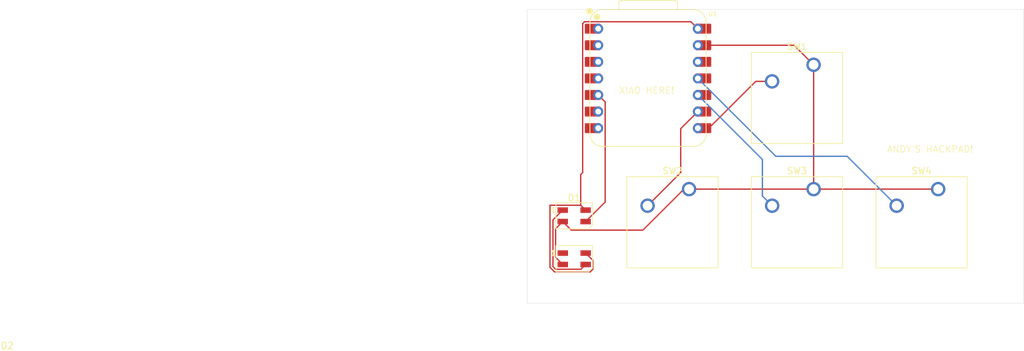
<source format=kicad_pcb>
(kicad_pcb (version 20241229) (generator "pcbnew") (generator_version "9.0")
  (layers (0 "F.Cu" signal) (2 "B.Cu" signal) (13 "F.Paste" user) (15 "B.Paste" user) (5 "F.SilkS" user "F.Silkscreen") (7 "B.SilkS" user "B.Silkscreen") (1 "F.Mask" user) (3 "B.Mask" user) (25 "Edge.Cuts" user))
  (net 0 "")
  (net 1 "Net-(D1-DIN)")
  (net 2 "Net-(D1-DOUT)")
  (net 3 "+5V")
  (net 4 "GND")
  (net 5 "unconnected-(D2-DOUT-Pad1)")
  (net 6 "Net-(U1-GPIO1{slash}RX)")
  (net 7 "Net-(U1-GPIO2{slash}SCK)")
  (net 8 "Net-(U1-GPIO4{slash}MISO)")
  (net 9 "Net-(U1-GPIO3{slash}MOSI)")
  (footprint "OPL:XIAO-RP2040-DIP" (layer "F.Cu") (at 137.5 75.5685)
    (property "Reference" "U1" (at 9.9 -9.8685 0) (layer "F.SilkS") (effects (font (size 0.635 0.635) (thickness 0.1016))))
    (property "Value" "XIAO-RP2040-DIP")
    (fp_line (start -8.89 8.509) (end -8.89 -8.636) (stroke (width 0.127)) (layer "F.SilkS"))
    (fp_line (start -6.985 10.414) (end 6.985 10.414) (stroke (width 0.127)) (layer "F.SilkS"))
    (fp_line (start -4.495 -10.541) (end -4.491272 -11.451272) (stroke (width 0.127)) (layer "F.SilkS"))
    (fp_line (start -3.991272 -11.951) (end 4.004 -11.951) (stroke (width 0.127)) (layer "F.SilkS"))
    (fp_line (start 4.504 -11.451) (end 4.504 -10.541) (stroke (width 0.127)) (layer "F.SilkS"))
    (fp_line (start 6.985 -10.541) (end -6.985 -10.541) (stroke (width 0.1)) (layer "F.SilkS"))
    (fp_line (start 6.985 -10.541) (end -6.985 -10.541) (stroke (width 0.127)) (layer "F.SilkS"))
    (fp_line (start 8.89 8.509) (end 8.89 -8.636) (stroke (width 0.127)) (layer "F.SilkS"))
    (fp_arc (start -8.89 -8.636) (mid -8.332038 -9.983038) (end -6.985 -10.541) (stroke (width 0.127)) (layer "F.SilkS"))
    (fp_arc (start -6.985 10.414) (mid -8.332038 9.856038) (end -8.89 8.509) (stroke (width 0.127)) (layer "F.SilkS"))
    (fp_arc (start -4.491272 -11.451272) (mid -4.344728 -11.80464) (end -3.991272 -11.951) (stroke (width 0.127)) (layer "F.SilkS"))
    (fp_arc (start 4.004 -11.951) (mid 4.357553 -11.804553) (end 4.504 -11.451) (stroke (width 0.127)) (layer "F.SilkS"))
    (fp_arc (start 6.985 -10.541) (mid 8.332038 -9.983038) (end 8.89 -8.636) (stroke (width 0.127)) (layer "F.SilkS"))
    (fp_arc (start 8.89 8.509) (mid 8.332038 9.856038) (end 6.985 10.414) (stroke (width 0.127)) (layer "F.SilkS"))
    (fp_circle (center -8.95 -10.3) (end -8.95 -10.554) (stroke (width 0.5)) (fill yes) (layer "F.SilkS"))
    (fp_circle (center -7.807 -9.42) (end -7.807 -9.674) (stroke (width 0.5)) (fill yes) (layer "F.SilkS"))
    (pad "1" smd roundrect (at -8.455 -7.62 180) (size 2.432 1.524) (layers "F.Cu" "F.Mask") (roundrect_rratio 0.1))
    (pad "1" thru_hole circle (at -7.62 -7.62 180) (size 1.524 1.524) (drill 0.889) (layers "*.Cu" "*.Mask"))
    (pad "2" smd roundrect (at -8.455 -5.08 180) (size 2.432 1.524) (layers "F.Cu" "F.Mask") (roundrect_rratio 0.1))
    (pad "2" thru_hole circle (at -7.62 -5.08 180) (size 1.524 1.524) (drill 0.889) (layers "*.Cu" "*.Mask"))
    (pad "3" smd roundrect (at -8.455 -2.54 180) (size 2.432 1.524) (layers "F.Cu" "F.Mask") (roundrect_rratio 0.1))
    (pad "3" thru_hole circle (at -7.62 -2.54 180) (size 1.524 1.524) (drill 0.889) (layers "*.Cu" "*.Mask"))
    (pad "4" smd roundrect (at -8.455 0 180) (size 2.432 1.524) (layers "F.Cu" "F.Mask") (roundrect_rratio 0.1))
    (pad "4" thru_hole circle (at -7.62 0 180) (size 1.524 1.524) (drill 0.889) (layers "*.Cu" "*.Mask"))
    (pad "5" smd roundrect (at -8.455 2.54 180) (size 2.432 1.524) (layers "F.Cu" "F.Mask") (roundrect_rratio 0.1) (net 1 "Net-(D1-DIN)"))
    (pad "5" thru_hole circle (at -7.62 2.54 180) (size 1.524 1.524) (drill 0.889) (layers "*.Cu" "*.Mask") (net 1 "Net-(D1-DIN)"))
    (pad "6" smd roundrect (at -8.455 5.08 180) (size 2.432 1.524) (layers "F.Cu" "F.Mask") (roundrect_rratio 0.1))
    (pad "6" thru_hole circle (at -7.62 5.08 180) (size 1.524 1.524) (drill 0.889) (layers "*.Cu" "*.Mask"))
    (pad "7" smd roundrect (at -8.455 7.62 180) (size 2.432 1.524) (layers "F.Cu" "F.Mask") (roundrect_rratio 0.1))
    (pad "7" thru_hole circle (at -7.62 7.62 180) (size 1.524 1.524) (drill 0.889) (layers "*.Cu" "*.Mask"))
    (pad "8" thru_hole circle (at 7.62 7.62) (size 1.524 1.524) (drill 0.889) (layers "*.Cu" "*.Mask") (net 6 "Net-(U1-GPIO1{slash}RX)"))
    (pad "8" smd roundrect (at 8.455 7.62) (size 2.432 1.524) (layers "F.Cu" "F.Mask") (roundrect_rratio 0.1) (net 6 "Net-(U1-GPIO1{slash}RX)"))
    (pad "9" thru_hole circle (at 7.62 5.08) (size 1.524 1.524) (drill 0.889) (layers "*.Cu" "*.Mask") (net 7 "Net-(U1-GPIO2{slash}SCK)"))
    (pad "9" smd roundrect (at 8.455 5.08) (size 2.432 1.524) (layers "F.Cu" "F.Mask") (roundrect_rratio 0.1) (net 7 "Net-(U1-GPIO2{slash}SCK)"))
    (pad "10" thru_hole circle (at 7.62 2.54) (size 1.524 1.524) (drill 0.889) (layers "*.Cu" "*.Mask") (net 8 "Net-(U1-GPIO4{slash}MISO)"))
    (pad "10" smd roundrect (at 8.455 2.54) (size 2.432 1.524) (layers "F.Cu" "F.Mask") (roundrect_rratio 0.1) (net 8 "Net-(U1-GPIO4{slash}MISO)"))
    (pad "11" thru_hole circle (at 7.62 0) (size 1.524 1.524) (drill 0.889) (layers "*.Cu" "*.Mask") (net 9 "Net-(U1-GPIO3{slash}MOSI)"))
    (pad "11" smd roundrect (at 8.455 0) (size 2.432 1.524) (layers "F.Cu" "F.Mask") (roundrect_rratio 0.1) (net 9 "Net-(U1-GPIO3{slash}MOSI)"))
    (pad "12" thru_hole circle (at 7.62 -2.54) (size 1.524 1.524) (drill 0.889) (layers "*.Cu" "*.Mask"))
    (pad "12" smd roundrect (at 8.455 -2.54) (size 2.432 1.524) (layers "F.Cu" "F.Mask") (roundrect_rratio 0.1))
    (pad "13" thru_hole circle (at 7.62 -5.08) (size 1.524 1.524) (drill 0.889) (layers "*.Cu" "*.Mask") (net 4 "GND"))
    (pad "13" smd roundrect (at 8.455 -5.08) (size 2.432 1.524) (layers "F.Cu" "F.Mask") (roundrect_rratio 0.1) (net 4 "GND"))
    (pad "14" thru_hole circle (at 7.62 -7.62) (size 1.524 1.524) (drill 0.889) (layers "*.Cu" "*.Mask") (net 3 "+5V"))
    (pad "14" smd roundrect (at 8.455 -7.62) (size 2.432 1.524) (layers "F.Cu" "F.Mask") (roundrect_rratio 0.1) (net 3 "+5V"))
  )
  (footprint "Button_Switch_Keyboard:SW_Cherry_MX_1.00u_PCB" (layer "F.Cu") (at 181.89 92.53)
    (property "Reference" "SW4" (at -2.54 -2.794 0) (layer "F.SilkS"))
    (property "Value" "SW_Push")
    (fp_line (start -9.525 -1.905) (end 4.445 -1.905) (stroke (width 0.12)) (layer "F.SilkS"))
    (fp_line (start -9.525 12.065) (end -9.525 -1.905) (stroke (width 0.12)) (layer "F.SilkS"))
    (fp_line (start 4.445 -1.905) (end 4.445 12.065) (stroke (width 0.12)) (layer "F.SilkS"))
    (fp_line (start 4.445 12.065) (end -9.525 12.065) (stroke (width 0.12)) (layer "F.SilkS"))
    (pad "" np_thru_hole circle (at -7.62 5.08) (size 1.7 1.7) (drill 1.7) (layers "*.Cu" "*.Mask"))
    (pad "" np_thru_hole circle (at -2.54 5.08) (size 4 4) (drill 4) (layers "*.Cu" "*.Mask"))
    (pad "" np_thru_hole circle (at 2.54 5.08) (size 1.7 1.7) (drill 1.7) (layers "*.Cu" "*.Mask"))
    (pad "1" thru_hole circle (at 0 0) (size 2.2 2.2) (drill 1.5) (layers "*.Cu" "*.Mask") (net 4 "GND"))
    (pad "2" thru_hole circle (at -6.35 2.54) (size 2.2 2.2) (drill 1.5) (layers "*.Cu" "*.Mask") (net 9 "Net-(U1-GPIO3{slash}MOSI)"))
  )
  (footprint "LED_SMD:LED_SK6812MINI_PLCC4_3.5x3.5mm_P1.75mm" (layer "F.Cu") (at 126.2 96.625)
    (property "Reference" "D1" (at 0 -2.75 0) (layer "F.SilkS"))
    (property "Value" "SK6812MINI")
    (fp_line (start -2.8 -2) (end -2.8 2) (stroke (width 0.12)) (layer "F.SilkS"))
    (fp_line (start -2.8 -2) (end 2.8 -2) (stroke (width 0.12)) (layer "F.SilkS"))
    (fp_line (start -2.8 2) (end 2.2 2) (stroke (width 0.12)) (layer "F.SilkS"))
    (fp_line (start 2.8 1.4) (end 2.2 2) (stroke (width 0.12)) (layer "F.SilkS"))
    (fp_line (start 2.8 1.4) (end 2.8 -2) (stroke (width 0.12)) (layer "F.SilkS"))
    (fp_text user "1" (at -3.2 -0.875 0) (layer "F.SilkS") (effects (font (size 0.8 0.8))))
    (pad "1" smd rect (at -1.75 -0.875) (size 1.6 0.85) (layers "F.Cu" "F.Mask" "F.Paste") (net 2 "Net-(D1-DOUT)"))
    (pad "2" smd rect (at -1.75 0.875) (size 1.6 0.85) (layers "F.Cu" "F.Mask" "F.Paste") (net 4 "GND"))
    (pad "3" smd rect (at 1.75 0.875) (size 1.6 0.85) (layers "F.Cu" "F.Mask" "F.Paste") (net 1 "Net-(D1-DIN)"))
    (pad "4" smd rect (at 1.75 -0.875) (size 1.6 0.85) (layers "F.Cu" "F.Mask" "F.Paste") (net 3 "+5V"))
  )
  (footprint "Button_Switch_Keyboard:SW_Cherry_MX_1.00u_PCB" (layer "F.Cu") (at 162.8394 92.5322)
    (property "Reference" "SW3" (at -2.54 -2.794 0) (layer "F.SilkS"))
    (property "Value" "SW_Push")
    (fp_line (start -9.525 -1.905) (end 4.445 -1.905) (stroke (width 0.12)) (layer "F.SilkS"))
    (fp_line (start -9.525 12.065) (end -9.525 -1.905) (stroke (width 0.12)) (layer "F.SilkS"))
    (fp_line (start 4.445 -1.905) (end 4.445 12.065) (stroke (width 0.12)) (layer "F.SilkS"))
    (fp_line (start 4.445 12.065) (end -9.525 12.065) (stroke (width 0.12)) (layer "F.SilkS"))
    (pad "" np_thru_hole circle (at -7.62 5.08) (size 1.7 1.7) (drill 1.7) (layers "*.Cu" "*.Mask"))
    (pad "" np_thru_hole circle (at -2.54 5.08) (size 4 4) (drill 4) (layers "*.Cu" "*.Mask"))
    (pad "" np_thru_hole circle (at 2.54 5.08) (size 1.7 1.7) (drill 1.7) (layers "*.Cu" "*.Mask"))
    (pad "1" thru_hole circle (at 0 0) (size 2.2 2.2) (drill 1.5) (layers "*.Cu" "*.Mask") (net 4 "GND"))
    (pad "2" thru_hole circle (at -6.35 2.54) (size 2.2 2.2) (drill 1.5) (layers "*.Cu" "*.Mask") (net 8 "Net-(U1-GPIO4{slash}MISO)"))
  )
  (footprint "Button_Switch_Keyboard:SW_Cherry_MX_1.00u_PCB" (layer "F.Cu") (at 162.83 73.48)
    (property "Reference" "SW1" (at -2.54 -2.794 0) (layer "F.SilkS"))
    (property "Value" "SW_Push")
    (fp_line (start -9.525 -1.905) (end 4.445 -1.905) (stroke (width 0.12)) (layer "F.SilkS"))
    (fp_line (start -9.525 12.065) (end -9.525 -1.905) (stroke (width 0.12)) (layer "F.SilkS"))
    (fp_line (start 4.445 -1.905) (end 4.445 12.065) (stroke (width 0.12)) (layer "F.SilkS"))
    (fp_line (start 4.445 12.065) (end -9.525 12.065) (stroke (width 0.12)) (layer "F.SilkS"))
    (pad "" np_thru_hole circle (at -7.62 5.08) (size 1.7 1.7) (drill 1.7) (layers "*.Cu" "*.Mask"))
    (pad "" np_thru_hole circle (at -2.54 5.08) (size 4 4) (drill 4) (layers "*.Cu" "*.Mask"))
    (pad "" np_thru_hole circle (at 2.54 5.08) (size 1.7 1.7) (drill 1.7) (layers "*.Cu" "*.Mask"))
    (pad "1" thru_hole circle (at 0 0) (size 2.2 2.2) (drill 1.5) (layers "*.Cu" "*.Mask") (net 4 "GND"))
    (pad "2" thru_hole circle (at -6.35 2.54) (size 2.2 2.2) (drill 1.5) (layers "*.Cu" "*.Mask") (net 6 "Net-(U1-GPIO1{slash}RX)"))
  )
  (footprint "LED_SMD:LED_SK6812MINI_PLCC4_3.5x3.5mm_P1.75mm" (layer "F.Cu") (at 126.21 103.205)
    (property "Reference" "D2" (at -86.7536 13.3218 0) (layer "F.SilkS"))
    (property "Value" "SK6812MINI")
    (fp_line (start -2.8 -2) (end -2.8 2) (stroke (width 0.12)) (layer "F.SilkS"))
    (fp_line (start -2.8 -2) (end 2.8 -2) (stroke (width 0.12)) (layer "F.SilkS"))
    (fp_line (start -2.8 2) (end 2.2 2) (stroke (width 0.12)) (layer "F.SilkS"))
    (fp_line (start 2.8 1.4) (end 2.2 2) (stroke (width 0.12)) (layer "F.SilkS"))
    (fp_line (start 2.8 1.4) (end 2.8 -2) (stroke (width 0.12)) (layer "F.SilkS"))
    (fp_text user "1" (at -3.2 -0.875 0) (layer "F.SilkS") (effects (font (size 0.8 0.8))))
    (pad "1" smd rect (at -1.75 -0.875) (size 1.6 0.85) (layers "F.Cu" "F.Mask" "F.Paste") (net 5 "unconnected-(D2-DOUT-Pad1)"))
    (pad "2" smd rect (at -1.75 0.875) (size 1.6 0.85) (layers "F.Cu" "F.Mask" "F.Paste") (net 4 "GND"))
    (pad "3" smd rect (at 1.75 0.875) (size 1.6 0.85) (layers "F.Cu" "F.Mask" "F.Paste") (net 2 "Net-(D1-DOUT)"))
    (pad "4" smd rect (at 1.75 -0.875) (size 1.6 0.85) (layers "F.Cu" "F.Mask" "F.Paste") (net 3 "+5V"))
  )
  (footprint "Button_Switch_Keyboard:SW_Cherry_MX_1.00u_PCB" (layer "F.Cu") (at 143.78 92.53)
    (property "Reference" "SW2" (at -2.54 -2.794 0) (layer "F.SilkS"))
    (property "Value" "SW_Push")
    (fp_line (start -9.525 -1.905) (end 4.445 -1.905) (stroke (width 0.12)) (layer "F.SilkS"))
    (fp_line (start -9.525 12.065) (end -9.525 -1.905) (stroke (width 0.12)) (layer "F.SilkS"))
    (fp_line (start 4.445 -1.905) (end 4.445 12.065) (stroke (width 0.12)) (layer "F.SilkS"))
    (fp_line (start 4.445 12.065) (end -9.525 12.065) (stroke (width 0.12)) (layer "F.SilkS"))
    (pad "" np_thru_hole circle (at -7.62 5.08) (size 1.7 1.7) (drill 1.7) (layers "*.Cu" "*.Mask"))
    (pad "" np_thru_hole circle (at -2.54 5.08) (size 4 4) (drill 4) (layers "*.Cu" "*.Mask"))
    (pad "" np_thru_hole circle (at 2.54 5.08) (size 1.7 1.7) (drill 1.7) (layers "*.Cu" "*.Mask"))
    (pad "1" thru_hole circle (at 0 0) (size 2.2 2.2) (drill 1.5) (layers "*.Cu" "*.Mask") (net 4 "GND"))
    (pad "2" thru_hole circle (at -6.35 2.54) (size 2.2 2.2) (drill 1.5) (layers "*.Cu" "*.Mask") (net 7 "Net-(U1-GPIO2{slash}SCK)"))
  )
  (gr_rect (start 119 65) (end 195 110) (stroke (width 0.05)) (fill no) (layer "Edge.Cuts"))
  (gr_text "ANDY'S HACKPAD!" (at 174 87 0) (layer "F.SilkS") (effects (font (size 1 1) (thickness 0.1)) (justify left bottom)))
  (gr_text "XIAO HERE!" (at 133 78 0) (layer "F.SilkS") (effects (font (size 1 1) (thickness 0.1)) (justify left bottom)))
  (segment (start 130.943 79.1715) (end 129.88 78.1085) (width 0.2) (layer "F.Cu") (net 1))
  (segment (start 127.95 97.5) (end 130.943 94.507) (width 0.2) (layer "F.Cu") (net 1))
  (segment (start 130.943 94.507) (end 130.943 79.1715) (width 0.2) (layer "F.Cu") (net 1))
  (segment (start 123.359 104.806) (end 122.958 104.405) (width 0.2) (layer "F.Cu") (net 2))
  (segment (start 127.234 104.806) (end 123.359 104.806) (width 0.2) (layer "F.Cu") (net 2))
  (segment (start 122.958 97.242) (end 124.45 95.75) (width 0.2) (layer "F.Cu") (net 2))
  (segment (start 127.96 104.08) (end 127.234 104.806) (width 0.2) (layer "F.Cu") (net 2))
  (segment (start 122.958 104.405) (end 122.958 97.242) (width 0.2) (layer "F.Cu") (net 2))
  (segment (start 127.5 90) (end 127.5 67.174874) (width 0.2) (layer "F.Cu") (net 3))
  (segment (start 127.5 67.174874) (end 127.789374 66.8855) (width 0.2) (layer "F.Cu") (net 3))
  (segment (start 122.5 95) (end 127.2 95) (width 0.2) (layer "F.Cu") (net 3))
  (segment (start 122.5 104.5141) (end 122.5 95) (width 0.2) (layer "F.Cu") (net 3))
  (segment (start 127.789374 66.8855) (end 144.057 66.8855) (width 0.2) (layer "F.Cu") (net 3))
  (segment (start 129.061 103.431) (end 129.061 104.806) (width 0.2) (layer "F.Cu") (net 3))
  (segment (start 127.2 95) (end 127.2 90.3) (width 0.2) (layer "F.Cu") (net 3))
  (segment (start 127.95 95.75) (end 127.2 95) (width 0.2) (layer "F.Cu") (net 3))
  (segment (start 129.061 104.806) (end 128.66 105.207) (width 0.2) (layer "F.Cu") (net 3))
  (segment (start 127.96 102.33) (end 129.061 103.431) (width 0.2) (layer "F.Cu") (net 3))
  (segment (start 127.2 90.3) (end 127.5 90) (width 0.2) (layer "F.Cu") (net 3))
  (segment (start 123.1929 105.207) (end 122.5 104.5141) (width 0.2) (layer "F.Cu") (net 3))
  (segment (start 144.057 66.8855) (end 145.12 67.9485) (width 0.2) (layer "F.Cu") (net 3))
  (segment (start 128.66 105.207) (end 123.1929 105.207) (width 0.2) (layer "F.Cu") (net 3))
  (segment (start 162.8394 92.5322) (end 162.8394 73.4894) (width 0.2) (layer "F.Cu") (net 4))
  (segment (start 162.8394 73.4894) (end 162.83 73.48) (width 0.2) (layer "F.Cu") (net 4))
  (segment (start 136.714184 98.811) (end 142.995184 92.53) (width 0.2) (layer "F.Cu") (net 4))
  (segment (start 123.359 98.591) (end 124.45 97.5) (width 0.2) (layer "F.Cu") (net 4))
  (segment (start 142.995184 92.53) (end 143.78 92.53) (width 0.2) (layer "F.Cu") (net 4))
  (segment (start 159.8385 70.4885) (end 145.12 70.4885) (width 0.2) (layer "F.Cu") (net 4))
  (segment (start 143.78 92.53) (end 162.8372 92.53) (width 0.2) (layer "F.Cu") (net 4))
  (segment (start 162.8416 92.53) (end 162.8394 92.5322) (width 0.2) (layer "F.Cu") (net 4))
  (segment (start 125.761 98.811) (end 136.714184 98.811) (width 0.2) (layer "F.Cu") (net 4))
  (segment (start 162.83 73.48) (end 159.8385 70.4885) (width 0.2) (layer "F.Cu") (net 4))
  (segment (start 124.45 97.5) (end 125.761 98.811) (width 0.2) (layer "F.Cu") (net 4))
  (segment (start 181.89 92.53) (end 162.8416 92.53) (width 0.2) (layer "F.Cu") (net 4))
  (segment (start 123.359 102.979) (end 123.359 98.591) (width 0.2) (layer "F.Cu") (net 4))
  (segment (start 162.8372 92.53) (end 162.8394 92.5322) (width 0.2) (layer "F.Cu") (net 4))
  (segment (start 124.46 104.08) (end 123.359 102.979) (width 0.2) (layer "F.Cu") (net 4))
  (segment (start 124.83 102.33) (end 125 102.5) (width 0.2) (layer "F.Cu") (net 5))
  (segment (start 146.8115 83.1885) (end 145.12 83.1885) (width 0.2) (layer "F.Cu") (net 6))
  (segment (start 156.48 76.02) (end 153.98 76.02) (width 0.2) (layer "F.Cu") (net 6))
  (segment (start 153.98 76.02) (end 146.8115 83.1885) (width 0.2) (layer "F.Cu") (net 6))
  (segment (start 142.5 83.2685) (end 145.12 80.6485) (width 0.2) (layer "F.Cu") (net 7))
  (segment (start 142.5 90) (end 142.5 83.2685) (width 0.2) (layer "F.Cu") (net 7))
  (segment (start 137.43 95.07) (end 142.5 90) (width 0.2) (layer "F.Cu") (net 7))
  (segment (start 155 93.5828) (end 155 87.9885) (width 0.2) (layer "B.Cu") (net 8))
  (segment (start 155 87.9885) (end 145.12 78.1085) (width 0.2) (layer "B.Cu") (net 8))
  (segment (start 156.4894 95.0722) (end 155 93.5828) (width 0.2) (layer "B.Cu") (net 8))
  (segment (start 157.0515 87.5) (end 167.97 87.5) (width 0.2) (layer "B.Cu") (net 9))
  (segment (start 145.12 75.5685) (end 157.0515 87.5) (width 0.2) (layer "B.Cu") (net 9))
  (segment (start 167.97 87.5) (end 175.54 95.07) (width 0.2) (layer "B.Cu") (net 9))
)
</source>
